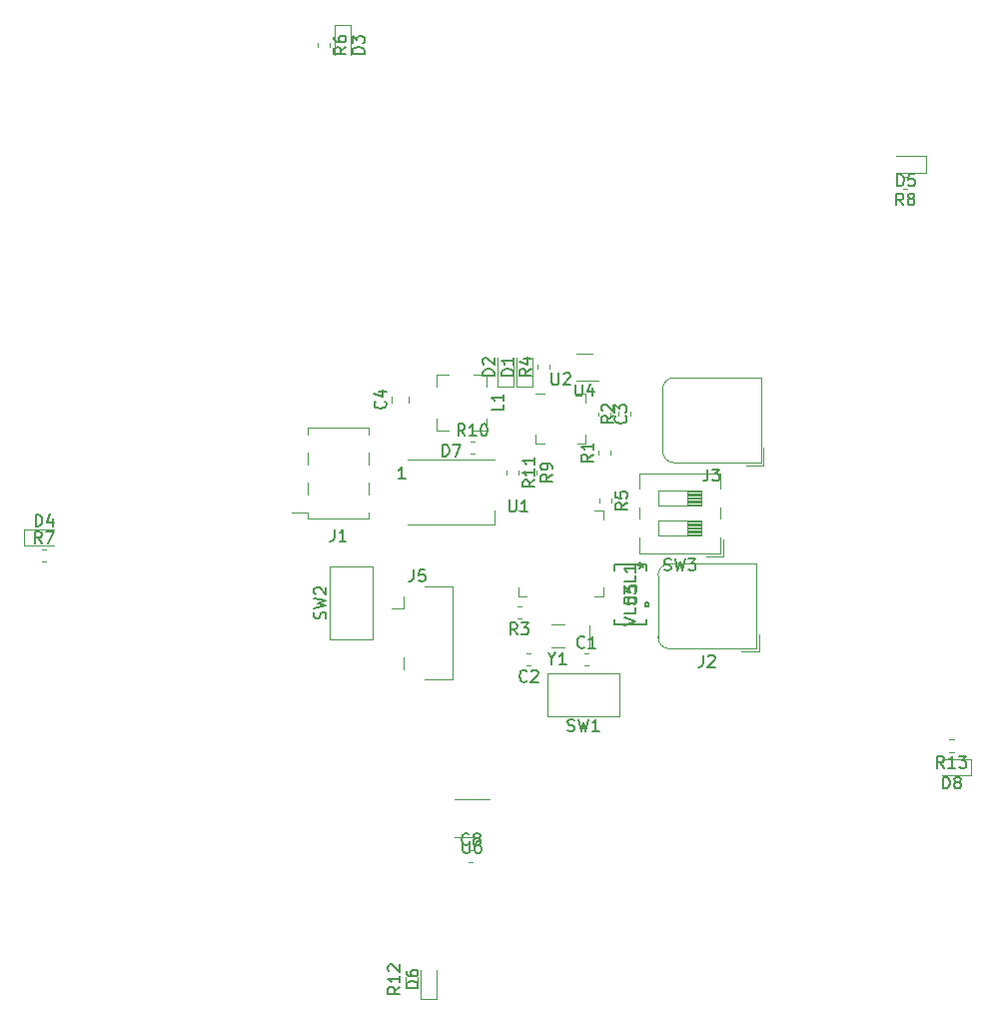
<source format=gbr>
%TF.GenerationSoftware,KiCad,Pcbnew,(5.1.6)-1*%
%TF.CreationDate,2020-12-22T18:13:26+01:00*%
%TF.ProjectId,Christmas pcb,43687269-7374-46d6-9173-207063622e6b,rev?*%
%TF.SameCoordinates,Original*%
%TF.FileFunction,Legend,Top*%
%TF.FilePolarity,Positive*%
%FSLAX46Y46*%
G04 Gerber Fmt 4.6, Leading zero omitted, Abs format (unit mm)*
G04 Created by KiCad (PCBNEW (5.1.6)-1) date 2020-12-22 18:13:26*
%MOMM*%
%LPD*%
G01*
G04 APERTURE LIST*
%ADD10C,0.100000*%
%ADD11C,0.120000*%
%ADD12C,0.152400*%
%ADD13C,0.150000*%
G04 APERTURE END LIST*
D10*
%TO.C,J5*%
X140900000Y-109770000D02*
X138600000Y-109770000D01*
X140900000Y-117670000D02*
X140900000Y-109770000D01*
X138600000Y-117670000D02*
X140900000Y-117670000D01*
X136811461Y-115784476D02*
X136811461Y-116784476D01*
X135750000Y-111670000D02*
X136800000Y-111670000D01*
X136800000Y-111670000D02*
X136800000Y-110670000D01*
D11*
%TO.C,J3*%
X167290000Y-99550000D02*
X165790000Y-99550000D01*
X167290000Y-98050000D02*
X167290000Y-99550000D01*
X158730000Y-98310000D02*
X158730000Y-93090000D01*
X167050000Y-92090000D02*
X159730000Y-92090000D01*
X167050000Y-99310000D02*
X167050000Y-92090000D01*
X159730000Y-99310000D02*
X167050000Y-99310000D01*
X159730000Y-92090000D02*
G75*
G03*
X158730000Y-93090000I0J-1000000D01*
G01*
X158730000Y-98310000D02*
G75*
G03*
X159730000Y-99310000I1000000J0D01*
G01*
%TO.C,L1*%
X143770000Y-96590000D02*
X143770000Y-95565000D01*
X143770000Y-91820000D02*
X143770000Y-92845000D01*
X143770000Y-96590000D02*
X142745000Y-96590000D01*
X143770000Y-91820000D02*
X142745000Y-91820000D01*
X139550000Y-91820000D02*
X140575000Y-91820000D01*
X139550000Y-91820000D02*
X139550000Y-92845000D01*
X139550000Y-96590000D02*
X139550000Y-95565000D01*
X139550000Y-96590000D02*
X140575000Y-96590000D01*
%TO.C,J2*%
X166900000Y-115320000D02*
X165400000Y-115320000D01*
X166900000Y-113820000D02*
X166900000Y-115320000D01*
X158340000Y-114080000D02*
X158340000Y-108860000D01*
X166660000Y-107860000D02*
X159340000Y-107860000D01*
X166660000Y-115080000D02*
X166660000Y-107860000D01*
X159340000Y-115080000D02*
X166660000Y-115080000D01*
X159340000Y-107860000D02*
G75*
G03*
X158340000Y-108860000I0J-1000000D01*
G01*
X158340000Y-114080000D02*
G75*
G03*
X159340000Y-115080000I1000000J0D01*
G01*
%TO.C,U6*%
X144070000Y-127860000D02*
X141070000Y-127860000D01*
X142570000Y-131080000D02*
X141070000Y-131080000D01*
D12*
%TO.C,U5*%
X157307948Y-111490501D02*
X157307948Y-111109501D01*
X157561948Y-111490501D02*
X157307948Y-111490501D01*
X157561948Y-111109501D02*
X157561948Y-111490501D01*
X157307948Y-111109501D02*
X157561948Y-111109501D01*
X154679200Y-112553032D02*
X154679200Y-113027300D01*
X157320800Y-107972700D02*
X154679200Y-107972700D01*
X157320800Y-108446968D02*
X157320800Y-107972700D01*
X157320800Y-113027300D02*
X157320800Y-112553032D01*
X154679200Y-113027300D02*
X157320800Y-113027300D01*
X154679200Y-107972700D02*
X154679200Y-108446968D01*
D11*
%TO.C,J1*%
X128630000Y-103490000D02*
X127270000Y-103490000D01*
X133830000Y-96890000D02*
X133830000Y-96320000D01*
X133830000Y-99430000D02*
X133830000Y-98410000D01*
X133830000Y-101970000D02*
X133830000Y-100950000D01*
X133830000Y-104060000D02*
X133830000Y-103490000D01*
X133830000Y-96320000D02*
X128630000Y-96320000D01*
X128630000Y-96890000D02*
X128630000Y-96320000D01*
X128630000Y-99430000D02*
X128630000Y-98410000D01*
X128630000Y-101970000D02*
X128630000Y-100950000D01*
X128630000Y-104060000D02*
X128630000Y-103490000D01*
X133830000Y-104060000D02*
X128630000Y-104060000D01*
%TO.C,Y1*%
X152525000Y-114900000D02*
X152525000Y-113100000D01*
X150375000Y-113050000D02*
X149275000Y-113050000D01*
X150375000Y-114950000D02*
X149275000Y-114950000D01*
%TO.C,U4*%
X152800000Y-90040000D02*
X151400000Y-90040000D01*
X151400000Y-92360000D02*
X153300000Y-92360000D01*
%TO.C,U2*%
X148715000Y-93460000D02*
X147990000Y-93460000D01*
X152210000Y-97680000D02*
X152210000Y-96955000D01*
X151485000Y-97680000D02*
X152210000Y-97680000D01*
X147990000Y-97680000D02*
X147990000Y-96955000D01*
X148715000Y-97680000D02*
X147990000Y-97680000D01*
X152210000Y-93460000D02*
X152210000Y-94185000D01*
X151485000Y-93460000D02*
X152210000Y-93460000D01*
%TO.C,U1*%
X147215000Y-103390000D02*
X146490000Y-103390000D01*
X153710000Y-110610000D02*
X153710000Y-109885000D01*
X152985000Y-110610000D02*
X153710000Y-110610000D01*
X146490000Y-110610000D02*
X146490000Y-109885000D01*
X147215000Y-110610000D02*
X146490000Y-110610000D01*
X153710000Y-103390000D02*
X153710000Y-104115000D01*
X152985000Y-103390000D02*
X153710000Y-103390000D01*
%TO.C,SW3*%
X160803333Y-102965000D02*
X160803333Y-101695000D01*
X162010000Y-101765000D02*
X160803333Y-101765000D01*
X162010000Y-101885000D02*
X160803333Y-101885000D01*
X162010000Y-102005000D02*
X160803333Y-102005000D01*
X162010000Y-102125000D02*
X160803333Y-102125000D01*
X162010000Y-102245000D02*
X160803333Y-102245000D01*
X162010000Y-102365000D02*
X160803333Y-102365000D01*
X162010000Y-102485000D02*
X160803333Y-102485000D01*
X162010000Y-102605000D02*
X160803333Y-102605000D01*
X162010000Y-102725000D02*
X160803333Y-102725000D01*
X162010000Y-102845000D02*
X160803333Y-102845000D01*
X158390000Y-102965000D02*
X162010000Y-102965000D01*
X158390000Y-101695000D02*
X158390000Y-102965000D01*
X162010000Y-101695000D02*
X158390000Y-101695000D01*
X162010000Y-102965000D02*
X162010000Y-101695000D01*
X160803333Y-105505000D02*
X160803333Y-104235000D01*
X162010000Y-104305000D02*
X160803333Y-104305000D01*
X162010000Y-104425000D02*
X160803333Y-104425000D01*
X162010000Y-104545000D02*
X160803333Y-104545000D01*
X162010000Y-104665000D02*
X160803333Y-104665000D01*
X162010000Y-104785000D02*
X160803333Y-104785000D01*
X162010000Y-104905000D02*
X160803333Y-104905000D01*
X162010000Y-105025000D02*
X160803333Y-105025000D01*
X162010000Y-105145000D02*
X160803333Y-105145000D01*
X162010000Y-105265000D02*
X160803333Y-105265000D01*
X162010000Y-105385000D02*
X160803333Y-105385000D01*
X158390000Y-105505000D02*
X162010000Y-105505000D01*
X158390000Y-104235000D02*
X158390000Y-105505000D01*
X162010000Y-104235000D02*
X158390000Y-104235000D01*
X162010000Y-105505000D02*
X162010000Y-104235000D01*
X163850000Y-107220000D02*
X163850000Y-105837000D01*
X163850000Y-107220000D02*
X162467000Y-107220000D01*
X156790000Y-104070000D02*
X156790000Y-103130000D01*
X156790000Y-106980000D02*
X156790000Y-105670000D01*
X156790000Y-101530000D02*
X156790000Y-100220000D01*
X163610000Y-101530000D02*
X163610000Y-100220000D01*
X163610000Y-104070000D02*
X163610000Y-103130000D01*
X163610000Y-106980000D02*
X163610000Y-105670000D01*
X163610000Y-100220000D02*
X156790000Y-100220000D01*
X163610000Y-106980000D02*
X156790000Y-106980000D01*
%TO.C,SW2*%
X134160000Y-114260000D02*
X130540000Y-114260000D01*
X134160000Y-108140000D02*
X134160000Y-114260000D01*
X130540000Y-108140000D02*
X134160000Y-108140000D01*
X130540000Y-114260000D02*
X130540000Y-108140000D01*
%TO.C,SW1*%
X155060000Y-117190000D02*
X155060000Y-120810000D01*
X148940000Y-117190000D02*
X155060000Y-117190000D01*
X148940000Y-120810000D02*
X148940000Y-117190000D01*
X155060000Y-120810000D02*
X148940000Y-120810000D01*
%TO.C,R13*%
X183391267Y-122790000D02*
X183048733Y-122790000D01*
X183391267Y-123810000D02*
X183048733Y-123810000D01*
%TO.C,R12*%
X137940000Y-143266267D02*
X137940000Y-142923733D01*
X136920000Y-143266267D02*
X136920000Y-142923733D01*
%TO.C,R11*%
X145490000Y-99953733D02*
X145490000Y-100296267D01*
X146510000Y-99953733D02*
X146510000Y-100296267D01*
%TO.C,R10*%
X142453733Y-98510000D02*
X142796267Y-98510000D01*
X142453733Y-97490000D02*
X142796267Y-97490000D01*
%TO.C,R9*%
X146990000Y-99953733D02*
X146990000Y-100296267D01*
X148010000Y-99953733D02*
X148010000Y-100296267D01*
%TO.C,R8*%
X179461267Y-75090000D02*
X179118733Y-75090000D01*
X179461267Y-76110000D02*
X179118733Y-76110000D01*
%TO.C,R7*%
X106103733Y-107640000D02*
X106446267Y-107640000D01*
X106103733Y-106620000D02*
X106446267Y-106620000D01*
%TO.C,R6*%
X129500000Y-63733733D02*
X129500000Y-64076267D01*
X130520000Y-63733733D02*
X130520000Y-64076267D01*
%TO.C,R5*%
X153340000Y-102353733D02*
X153340000Y-102696267D01*
X154360000Y-102353733D02*
X154360000Y-102696267D01*
%TO.C,R4*%
X149110000Y-91346267D02*
X149110000Y-91003733D01*
X148090000Y-91346267D02*
X148090000Y-91003733D01*
%TO.C,R3*%
X146746267Y-111490000D02*
X146403733Y-111490000D01*
X146746267Y-112510000D02*
X146403733Y-112510000D01*
%TO.C,R2*%
X156040000Y-95316267D02*
X156040000Y-94973733D01*
X155020000Y-95316267D02*
X155020000Y-94973733D01*
%TO.C,R1*%
X154320000Y-98606267D02*
X154320000Y-98263733D01*
X153300000Y-98606267D02*
X153300000Y-98263733D01*
%TO.C,D8*%
X184905000Y-124415000D02*
X182420000Y-124415000D01*
X184905000Y-125785000D02*
X184905000Y-124415000D01*
X182420000Y-125785000D02*
X184905000Y-125785000D01*
%TO.C,D7*%
X144450000Y-104550000D02*
X144450000Y-103400000D01*
X137150000Y-104550000D02*
X144450000Y-104550000D01*
X137150000Y-99050000D02*
X144450000Y-99050000D01*
%TO.C,D6*%
X139615000Y-144752500D02*
X139615000Y-142267500D01*
X138245000Y-144752500D02*
X139615000Y-144752500D01*
X138245000Y-142267500D02*
X138245000Y-144752500D01*
%TO.C,D5*%
X181025000Y-73345000D02*
X178540000Y-73345000D01*
X181025000Y-74715000D02*
X181025000Y-73345000D01*
X178540000Y-74715000D02*
X181025000Y-74715000D01*
%TO.C,D4*%
X104645000Y-106315000D02*
X107130000Y-106315000D01*
X104645000Y-104945000D02*
X104645000Y-106315000D01*
X107130000Y-104945000D02*
X104645000Y-104945000D01*
%TO.C,D3*%
X130925000Y-62242500D02*
X130925000Y-64727500D01*
X132295000Y-62242500D02*
X130925000Y-62242500D01*
X132295000Y-64727500D02*
X132295000Y-62242500D01*
%TO.C,D2*%
X146085000Y-92882500D02*
X146085000Y-90397500D01*
X144715000Y-92882500D02*
X146085000Y-92882500D01*
X144715000Y-90397500D02*
X144715000Y-92882500D01*
%TO.C,D1*%
X147685000Y-92872500D02*
X147685000Y-90387500D01*
X146315000Y-92872500D02*
X147685000Y-92872500D01*
X146315000Y-90387500D02*
X146315000Y-92872500D01*
%TO.C,C8*%
X142319721Y-133190000D02*
X142645279Y-133190000D01*
X142319721Y-132170000D02*
X142645279Y-132170000D01*
%TO.C,C4*%
X137210000Y-94196078D02*
X137210000Y-93678922D01*
X135790000Y-94196078D02*
X135790000Y-93678922D01*
%TO.C,C3*%
X153290000Y-95024721D02*
X153290000Y-95350279D01*
X154310000Y-95024721D02*
X154310000Y-95350279D01*
%TO.C,C2*%
X147550279Y-115490000D02*
X147224721Y-115490000D01*
X147550279Y-116510000D02*
X147224721Y-116510000D01*
%TO.C,C1*%
X152099721Y-116510000D02*
X152425279Y-116510000D01*
X152099721Y-115490000D02*
X152425279Y-115490000D01*
%TO.C,J5*%
D13*
X137616666Y-108372380D02*
X137616666Y-109086666D01*
X137569047Y-109229523D01*
X137473809Y-109324761D01*
X137330952Y-109372380D01*
X137235714Y-109372380D01*
X138569047Y-108372380D02*
X138092857Y-108372380D01*
X138045238Y-108848571D01*
X138092857Y-108800952D01*
X138188095Y-108753333D01*
X138426190Y-108753333D01*
X138521428Y-108800952D01*
X138569047Y-108848571D01*
X138616666Y-108943809D01*
X138616666Y-109181904D01*
X138569047Y-109277142D01*
X138521428Y-109324761D01*
X138426190Y-109372380D01*
X138188095Y-109372380D01*
X138092857Y-109324761D01*
X138045238Y-109277142D01*
%TO.C,J3*%
X162556666Y-99852380D02*
X162556666Y-100566666D01*
X162509047Y-100709523D01*
X162413809Y-100804761D01*
X162270952Y-100852380D01*
X162175714Y-100852380D01*
X162937619Y-99852380D02*
X163556666Y-99852380D01*
X163223333Y-100233333D01*
X163366190Y-100233333D01*
X163461428Y-100280952D01*
X163509047Y-100328571D01*
X163556666Y-100423809D01*
X163556666Y-100661904D01*
X163509047Y-100757142D01*
X163461428Y-100804761D01*
X163366190Y-100852380D01*
X163080476Y-100852380D01*
X162985238Y-100804761D01*
X162937619Y-100757142D01*
%TO.C,L1*%
X145212380Y-94371666D02*
X145212380Y-94847857D01*
X144212380Y-94847857D01*
X145212380Y-93514523D02*
X145212380Y-94085952D01*
X145212380Y-93800238D02*
X144212380Y-93800238D01*
X144355238Y-93895476D01*
X144450476Y-93990714D01*
X144498095Y-94085952D01*
%TO.C,J2*%
X162166666Y-115622380D02*
X162166666Y-116336666D01*
X162119047Y-116479523D01*
X162023809Y-116574761D01*
X161880952Y-116622380D01*
X161785714Y-116622380D01*
X162595238Y-115717619D02*
X162642857Y-115670000D01*
X162738095Y-115622380D01*
X162976190Y-115622380D01*
X163071428Y-115670000D01*
X163119047Y-115717619D01*
X163166666Y-115812857D01*
X163166666Y-115908095D01*
X163119047Y-116050952D01*
X162547619Y-116622380D01*
X163166666Y-116622380D01*
%TO.C,U6*%
X141808095Y-131372380D02*
X141808095Y-132181904D01*
X141855714Y-132277142D01*
X141903333Y-132324761D01*
X141998571Y-132372380D01*
X142189047Y-132372380D01*
X142284285Y-132324761D01*
X142331904Y-132277142D01*
X142379523Y-132181904D01*
X142379523Y-131372380D01*
X143284285Y-131372380D02*
X143093809Y-131372380D01*
X142998571Y-131420000D01*
X142950952Y-131467619D01*
X142855714Y-131610476D01*
X142808095Y-131800952D01*
X142808095Y-132181904D01*
X142855714Y-132277142D01*
X142903333Y-132324761D01*
X142998571Y-132372380D01*
X143189047Y-132372380D01*
X143284285Y-132324761D01*
X143331904Y-132277142D01*
X143379523Y-132181904D01*
X143379523Y-131943809D01*
X143331904Y-131848571D01*
X143284285Y-131800952D01*
X143189047Y-131753333D01*
X142998571Y-131753333D01*
X142903333Y-131800952D01*
X142855714Y-131848571D01*
X142808095Y-131943809D01*
%TO.C,U5*%
X155520529Y-111261904D02*
X156330053Y-111261904D01*
X156425291Y-111214285D01*
X156472910Y-111166666D01*
X156520529Y-111071428D01*
X156520529Y-110880952D01*
X156472910Y-110785714D01*
X156425291Y-110738095D01*
X156330053Y-110690476D01*
X155520529Y-110690476D01*
X155520529Y-109738095D02*
X155520529Y-110214285D01*
X155996720Y-110261904D01*
X155949101Y-110214285D01*
X155901482Y-110119047D01*
X155901482Y-109880952D01*
X155949101Y-109785714D01*
X155996720Y-109738095D01*
X156091958Y-109690476D01*
X156330053Y-109690476D01*
X156425291Y-109738095D01*
X156472910Y-109785714D01*
X156520529Y-109880952D01*
X156520529Y-110119047D01*
X156472910Y-110214285D01*
X156425291Y-110261904D01*
X155452380Y-113071428D02*
X156452380Y-112738095D01*
X155452380Y-112404761D01*
X156452380Y-111595238D02*
X156452380Y-112071428D01*
X155452380Y-112071428D01*
X155452380Y-110785714D02*
X155452380Y-111261904D01*
X155928571Y-111309523D01*
X155880952Y-111261904D01*
X155833333Y-111166666D01*
X155833333Y-110928571D01*
X155880952Y-110833333D01*
X155928571Y-110785714D01*
X156023809Y-110738095D01*
X156261904Y-110738095D01*
X156357142Y-110785714D01*
X156404761Y-110833333D01*
X156452380Y-110928571D01*
X156452380Y-111166666D01*
X156404761Y-111261904D01*
X156357142Y-111309523D01*
X155452380Y-110404761D02*
X155452380Y-109785714D01*
X155833333Y-110119047D01*
X155833333Y-109976190D01*
X155880952Y-109880952D01*
X155928571Y-109833333D01*
X156023809Y-109785714D01*
X156261904Y-109785714D01*
X156357142Y-109833333D01*
X156404761Y-109880952D01*
X156452380Y-109976190D01*
X156452380Y-110261904D01*
X156404761Y-110357142D01*
X156357142Y-110404761D01*
X156452380Y-108880952D02*
X156452380Y-109357142D01*
X155452380Y-109357142D01*
X156452380Y-108023809D02*
X156452380Y-108595238D01*
X156452380Y-108309523D02*
X155452380Y-108309523D01*
X155595238Y-108404761D01*
X155690476Y-108500000D01*
X155738095Y-108595238D01*
X156652380Y-108010800D02*
X156890476Y-108010800D01*
X156795238Y-108248895D02*
X156890476Y-108010800D01*
X156795238Y-107772704D01*
X157080952Y-108153657D02*
X156890476Y-108010800D01*
X157080952Y-107867942D01*
X156652380Y-108010800D02*
X156890476Y-108010800D01*
X156795238Y-108248895D02*
X156890476Y-108010800D01*
X156795238Y-107772704D01*
X157080952Y-108153657D02*
X156890476Y-108010800D01*
X157080952Y-107867942D01*
%TO.C,J1*%
X130896666Y-104952380D02*
X130896666Y-105666666D01*
X130849047Y-105809523D01*
X130753809Y-105904761D01*
X130610952Y-105952380D01*
X130515714Y-105952380D01*
X131896666Y-105952380D02*
X131325238Y-105952380D01*
X131610952Y-105952380D02*
X131610952Y-104952380D01*
X131515714Y-105095238D01*
X131420476Y-105190476D01*
X131325238Y-105238095D01*
%TO.C,Y1*%
X149348809Y-115926190D02*
X149348809Y-116402380D01*
X149015476Y-115402380D02*
X149348809Y-115926190D01*
X149682142Y-115402380D01*
X150539285Y-116402380D02*
X149967857Y-116402380D01*
X150253571Y-116402380D02*
X150253571Y-115402380D01*
X150158333Y-115545238D01*
X150063095Y-115640476D01*
X149967857Y-115688095D01*
%TO.C,U4*%
X151338095Y-92652380D02*
X151338095Y-93461904D01*
X151385714Y-93557142D01*
X151433333Y-93604761D01*
X151528571Y-93652380D01*
X151719047Y-93652380D01*
X151814285Y-93604761D01*
X151861904Y-93557142D01*
X151909523Y-93461904D01*
X151909523Y-92652380D01*
X152814285Y-92985714D02*
X152814285Y-93652380D01*
X152576190Y-92604761D02*
X152338095Y-93319047D01*
X152957142Y-93319047D01*
%TO.C,U2*%
X149338095Y-91702380D02*
X149338095Y-92511904D01*
X149385714Y-92607142D01*
X149433333Y-92654761D01*
X149528571Y-92702380D01*
X149719047Y-92702380D01*
X149814285Y-92654761D01*
X149861904Y-92607142D01*
X149909523Y-92511904D01*
X149909523Y-91702380D01*
X150338095Y-91797619D02*
X150385714Y-91750000D01*
X150480952Y-91702380D01*
X150719047Y-91702380D01*
X150814285Y-91750000D01*
X150861904Y-91797619D01*
X150909523Y-91892857D01*
X150909523Y-91988095D01*
X150861904Y-92130952D01*
X150290476Y-92702380D01*
X150909523Y-92702380D01*
%TO.C,U1*%
X145738095Y-102452380D02*
X145738095Y-103261904D01*
X145785714Y-103357142D01*
X145833333Y-103404761D01*
X145928571Y-103452380D01*
X146119047Y-103452380D01*
X146214285Y-103404761D01*
X146261904Y-103357142D01*
X146309523Y-103261904D01*
X146309523Y-102452380D01*
X147309523Y-103452380D02*
X146738095Y-103452380D01*
X147023809Y-103452380D02*
X147023809Y-102452380D01*
X146928571Y-102595238D01*
X146833333Y-102690476D01*
X146738095Y-102738095D01*
%TO.C,SW3*%
X158866666Y-108384761D02*
X159009523Y-108432380D01*
X159247619Y-108432380D01*
X159342857Y-108384761D01*
X159390476Y-108337142D01*
X159438095Y-108241904D01*
X159438095Y-108146666D01*
X159390476Y-108051428D01*
X159342857Y-108003809D01*
X159247619Y-107956190D01*
X159057142Y-107908571D01*
X158961904Y-107860952D01*
X158914285Y-107813333D01*
X158866666Y-107718095D01*
X158866666Y-107622857D01*
X158914285Y-107527619D01*
X158961904Y-107480000D01*
X159057142Y-107432380D01*
X159295238Y-107432380D01*
X159438095Y-107480000D01*
X159771428Y-107432380D02*
X160009523Y-108432380D01*
X160200000Y-107718095D01*
X160390476Y-108432380D01*
X160628571Y-107432380D01*
X160914285Y-107432380D02*
X161533333Y-107432380D01*
X161200000Y-107813333D01*
X161342857Y-107813333D01*
X161438095Y-107860952D01*
X161485714Y-107908571D01*
X161533333Y-108003809D01*
X161533333Y-108241904D01*
X161485714Y-108337142D01*
X161438095Y-108384761D01*
X161342857Y-108432380D01*
X161057142Y-108432380D01*
X160961904Y-108384761D01*
X160914285Y-108337142D01*
%TO.C,SW2*%
X130154761Y-112533333D02*
X130202380Y-112390476D01*
X130202380Y-112152380D01*
X130154761Y-112057142D01*
X130107142Y-112009523D01*
X130011904Y-111961904D01*
X129916666Y-111961904D01*
X129821428Y-112009523D01*
X129773809Y-112057142D01*
X129726190Y-112152380D01*
X129678571Y-112342857D01*
X129630952Y-112438095D01*
X129583333Y-112485714D01*
X129488095Y-112533333D01*
X129392857Y-112533333D01*
X129297619Y-112485714D01*
X129250000Y-112438095D01*
X129202380Y-112342857D01*
X129202380Y-112104761D01*
X129250000Y-111961904D01*
X129202380Y-111628571D02*
X130202380Y-111390476D01*
X129488095Y-111200000D01*
X130202380Y-111009523D01*
X129202380Y-110771428D01*
X129297619Y-110438095D02*
X129250000Y-110390476D01*
X129202380Y-110295238D01*
X129202380Y-110057142D01*
X129250000Y-109961904D01*
X129297619Y-109914285D01*
X129392857Y-109866666D01*
X129488095Y-109866666D01*
X129630952Y-109914285D01*
X130202380Y-110485714D01*
X130202380Y-109866666D01*
%TO.C,SW1*%
X150666666Y-122004761D02*
X150809523Y-122052380D01*
X151047619Y-122052380D01*
X151142857Y-122004761D01*
X151190476Y-121957142D01*
X151238095Y-121861904D01*
X151238095Y-121766666D01*
X151190476Y-121671428D01*
X151142857Y-121623809D01*
X151047619Y-121576190D01*
X150857142Y-121528571D01*
X150761904Y-121480952D01*
X150714285Y-121433333D01*
X150666666Y-121338095D01*
X150666666Y-121242857D01*
X150714285Y-121147619D01*
X150761904Y-121100000D01*
X150857142Y-121052380D01*
X151095238Y-121052380D01*
X151238095Y-121100000D01*
X151571428Y-121052380D02*
X151809523Y-122052380D01*
X152000000Y-121338095D01*
X152190476Y-122052380D01*
X152428571Y-121052380D01*
X153333333Y-122052380D02*
X152761904Y-122052380D01*
X153047619Y-122052380D02*
X153047619Y-121052380D01*
X152952380Y-121195238D01*
X152857142Y-121290476D01*
X152761904Y-121338095D01*
%TO.C,R13*%
X182577142Y-125182380D02*
X182243809Y-124706190D01*
X182005714Y-125182380D02*
X182005714Y-124182380D01*
X182386666Y-124182380D01*
X182481904Y-124230000D01*
X182529523Y-124277619D01*
X182577142Y-124372857D01*
X182577142Y-124515714D01*
X182529523Y-124610952D01*
X182481904Y-124658571D01*
X182386666Y-124706190D01*
X182005714Y-124706190D01*
X183529523Y-125182380D02*
X182958095Y-125182380D01*
X183243809Y-125182380D02*
X183243809Y-124182380D01*
X183148571Y-124325238D01*
X183053333Y-124420476D01*
X182958095Y-124468095D01*
X183862857Y-124182380D02*
X184481904Y-124182380D01*
X184148571Y-124563333D01*
X184291428Y-124563333D01*
X184386666Y-124610952D01*
X184434285Y-124658571D01*
X184481904Y-124753809D01*
X184481904Y-124991904D01*
X184434285Y-125087142D01*
X184386666Y-125134761D01*
X184291428Y-125182380D01*
X184005714Y-125182380D01*
X183910476Y-125134761D01*
X183862857Y-125087142D01*
%TO.C,R12*%
X136452380Y-143737857D02*
X135976190Y-144071190D01*
X136452380Y-144309285D02*
X135452380Y-144309285D01*
X135452380Y-143928333D01*
X135500000Y-143833095D01*
X135547619Y-143785476D01*
X135642857Y-143737857D01*
X135785714Y-143737857D01*
X135880952Y-143785476D01*
X135928571Y-143833095D01*
X135976190Y-143928333D01*
X135976190Y-144309285D01*
X136452380Y-142785476D02*
X136452380Y-143356904D01*
X136452380Y-143071190D02*
X135452380Y-143071190D01*
X135595238Y-143166428D01*
X135690476Y-143261666D01*
X135738095Y-143356904D01*
X135547619Y-142404523D02*
X135500000Y-142356904D01*
X135452380Y-142261666D01*
X135452380Y-142023571D01*
X135500000Y-141928333D01*
X135547619Y-141880714D01*
X135642857Y-141833095D01*
X135738095Y-141833095D01*
X135880952Y-141880714D01*
X136452380Y-142452142D01*
X136452380Y-141833095D01*
%TO.C,R11*%
X147882380Y-100767857D02*
X147406190Y-101101190D01*
X147882380Y-101339285D02*
X146882380Y-101339285D01*
X146882380Y-100958333D01*
X146930000Y-100863095D01*
X146977619Y-100815476D01*
X147072857Y-100767857D01*
X147215714Y-100767857D01*
X147310952Y-100815476D01*
X147358571Y-100863095D01*
X147406190Y-100958333D01*
X147406190Y-101339285D01*
X147882380Y-99815476D02*
X147882380Y-100386904D01*
X147882380Y-100101190D02*
X146882380Y-100101190D01*
X147025238Y-100196428D01*
X147120476Y-100291666D01*
X147168095Y-100386904D01*
X147882380Y-98863095D02*
X147882380Y-99434523D01*
X147882380Y-99148809D02*
X146882380Y-99148809D01*
X147025238Y-99244047D01*
X147120476Y-99339285D01*
X147168095Y-99434523D01*
%TO.C,R10*%
X141982142Y-97022380D02*
X141648809Y-96546190D01*
X141410714Y-97022380D02*
X141410714Y-96022380D01*
X141791666Y-96022380D01*
X141886904Y-96070000D01*
X141934523Y-96117619D01*
X141982142Y-96212857D01*
X141982142Y-96355714D01*
X141934523Y-96450952D01*
X141886904Y-96498571D01*
X141791666Y-96546190D01*
X141410714Y-96546190D01*
X142934523Y-97022380D02*
X142363095Y-97022380D01*
X142648809Y-97022380D02*
X142648809Y-96022380D01*
X142553571Y-96165238D01*
X142458333Y-96260476D01*
X142363095Y-96308095D01*
X143553571Y-96022380D02*
X143648809Y-96022380D01*
X143744047Y-96070000D01*
X143791666Y-96117619D01*
X143839285Y-96212857D01*
X143886904Y-96403333D01*
X143886904Y-96641428D01*
X143839285Y-96831904D01*
X143791666Y-96927142D01*
X143744047Y-96974761D01*
X143648809Y-97022380D01*
X143553571Y-97022380D01*
X143458333Y-96974761D01*
X143410714Y-96927142D01*
X143363095Y-96831904D01*
X143315476Y-96641428D01*
X143315476Y-96403333D01*
X143363095Y-96212857D01*
X143410714Y-96117619D01*
X143458333Y-96070000D01*
X143553571Y-96022380D01*
%TO.C,R9*%
X149382380Y-100291666D02*
X148906190Y-100625000D01*
X149382380Y-100863095D02*
X148382380Y-100863095D01*
X148382380Y-100482142D01*
X148430000Y-100386904D01*
X148477619Y-100339285D01*
X148572857Y-100291666D01*
X148715714Y-100291666D01*
X148810952Y-100339285D01*
X148858571Y-100386904D01*
X148906190Y-100482142D01*
X148906190Y-100863095D01*
X149382380Y-99815476D02*
X149382380Y-99625000D01*
X149334761Y-99529761D01*
X149287142Y-99482142D01*
X149144285Y-99386904D01*
X148953809Y-99339285D01*
X148572857Y-99339285D01*
X148477619Y-99386904D01*
X148430000Y-99434523D01*
X148382380Y-99529761D01*
X148382380Y-99720238D01*
X148430000Y-99815476D01*
X148477619Y-99863095D01*
X148572857Y-99910714D01*
X148810952Y-99910714D01*
X148906190Y-99863095D01*
X148953809Y-99815476D01*
X149001428Y-99720238D01*
X149001428Y-99529761D01*
X148953809Y-99434523D01*
X148906190Y-99386904D01*
X148810952Y-99339285D01*
%TO.C,R8*%
X179123333Y-77482380D02*
X178790000Y-77006190D01*
X178551904Y-77482380D02*
X178551904Y-76482380D01*
X178932857Y-76482380D01*
X179028095Y-76530000D01*
X179075714Y-76577619D01*
X179123333Y-76672857D01*
X179123333Y-76815714D01*
X179075714Y-76910952D01*
X179028095Y-76958571D01*
X178932857Y-77006190D01*
X178551904Y-77006190D01*
X179694761Y-76910952D02*
X179599523Y-76863333D01*
X179551904Y-76815714D01*
X179504285Y-76720476D01*
X179504285Y-76672857D01*
X179551904Y-76577619D01*
X179599523Y-76530000D01*
X179694761Y-76482380D01*
X179885238Y-76482380D01*
X179980476Y-76530000D01*
X180028095Y-76577619D01*
X180075714Y-76672857D01*
X180075714Y-76720476D01*
X180028095Y-76815714D01*
X179980476Y-76863333D01*
X179885238Y-76910952D01*
X179694761Y-76910952D01*
X179599523Y-76958571D01*
X179551904Y-77006190D01*
X179504285Y-77101428D01*
X179504285Y-77291904D01*
X179551904Y-77387142D01*
X179599523Y-77434761D01*
X179694761Y-77482380D01*
X179885238Y-77482380D01*
X179980476Y-77434761D01*
X180028095Y-77387142D01*
X180075714Y-77291904D01*
X180075714Y-77101428D01*
X180028095Y-77006190D01*
X179980476Y-76958571D01*
X179885238Y-76910952D01*
%TO.C,R7*%
X106108333Y-106152380D02*
X105775000Y-105676190D01*
X105536904Y-106152380D02*
X105536904Y-105152380D01*
X105917857Y-105152380D01*
X106013095Y-105200000D01*
X106060714Y-105247619D01*
X106108333Y-105342857D01*
X106108333Y-105485714D01*
X106060714Y-105580952D01*
X106013095Y-105628571D01*
X105917857Y-105676190D01*
X105536904Y-105676190D01*
X106441666Y-105152380D02*
X107108333Y-105152380D01*
X106679761Y-106152380D01*
%TO.C,R6*%
X131892380Y-64071666D02*
X131416190Y-64405000D01*
X131892380Y-64643095D02*
X130892380Y-64643095D01*
X130892380Y-64262142D01*
X130940000Y-64166904D01*
X130987619Y-64119285D01*
X131082857Y-64071666D01*
X131225714Y-64071666D01*
X131320952Y-64119285D01*
X131368571Y-64166904D01*
X131416190Y-64262142D01*
X131416190Y-64643095D01*
X130892380Y-63214523D02*
X130892380Y-63405000D01*
X130940000Y-63500238D01*
X130987619Y-63547857D01*
X131130476Y-63643095D01*
X131320952Y-63690714D01*
X131701904Y-63690714D01*
X131797142Y-63643095D01*
X131844761Y-63595476D01*
X131892380Y-63500238D01*
X131892380Y-63309761D01*
X131844761Y-63214523D01*
X131797142Y-63166904D01*
X131701904Y-63119285D01*
X131463809Y-63119285D01*
X131368571Y-63166904D01*
X131320952Y-63214523D01*
X131273333Y-63309761D01*
X131273333Y-63500238D01*
X131320952Y-63595476D01*
X131368571Y-63643095D01*
X131463809Y-63690714D01*
%TO.C,R5*%
X155732380Y-102691666D02*
X155256190Y-103025000D01*
X155732380Y-103263095D02*
X154732380Y-103263095D01*
X154732380Y-102882142D01*
X154780000Y-102786904D01*
X154827619Y-102739285D01*
X154922857Y-102691666D01*
X155065714Y-102691666D01*
X155160952Y-102739285D01*
X155208571Y-102786904D01*
X155256190Y-102882142D01*
X155256190Y-103263095D01*
X154732380Y-101786904D02*
X154732380Y-102263095D01*
X155208571Y-102310714D01*
X155160952Y-102263095D01*
X155113333Y-102167857D01*
X155113333Y-101929761D01*
X155160952Y-101834523D01*
X155208571Y-101786904D01*
X155303809Y-101739285D01*
X155541904Y-101739285D01*
X155637142Y-101786904D01*
X155684761Y-101834523D01*
X155732380Y-101929761D01*
X155732380Y-102167857D01*
X155684761Y-102263095D01*
X155637142Y-102310714D01*
%TO.C,R4*%
X147622380Y-91341666D02*
X147146190Y-91675000D01*
X147622380Y-91913095D02*
X146622380Y-91913095D01*
X146622380Y-91532142D01*
X146670000Y-91436904D01*
X146717619Y-91389285D01*
X146812857Y-91341666D01*
X146955714Y-91341666D01*
X147050952Y-91389285D01*
X147098571Y-91436904D01*
X147146190Y-91532142D01*
X147146190Y-91913095D01*
X146955714Y-90484523D02*
X147622380Y-90484523D01*
X146574761Y-90722619D02*
X147289047Y-90960714D01*
X147289047Y-90341666D01*
%TO.C,R3*%
X146408333Y-113882380D02*
X146075000Y-113406190D01*
X145836904Y-113882380D02*
X145836904Y-112882380D01*
X146217857Y-112882380D01*
X146313095Y-112930000D01*
X146360714Y-112977619D01*
X146408333Y-113072857D01*
X146408333Y-113215714D01*
X146360714Y-113310952D01*
X146313095Y-113358571D01*
X146217857Y-113406190D01*
X145836904Y-113406190D01*
X146741666Y-112882380D02*
X147360714Y-112882380D01*
X147027380Y-113263333D01*
X147170238Y-113263333D01*
X147265476Y-113310952D01*
X147313095Y-113358571D01*
X147360714Y-113453809D01*
X147360714Y-113691904D01*
X147313095Y-113787142D01*
X147265476Y-113834761D01*
X147170238Y-113882380D01*
X146884523Y-113882380D01*
X146789285Y-113834761D01*
X146741666Y-113787142D01*
%TO.C,R2*%
X154552380Y-95311666D02*
X154076190Y-95645000D01*
X154552380Y-95883095D02*
X153552380Y-95883095D01*
X153552380Y-95502142D01*
X153600000Y-95406904D01*
X153647619Y-95359285D01*
X153742857Y-95311666D01*
X153885714Y-95311666D01*
X153980952Y-95359285D01*
X154028571Y-95406904D01*
X154076190Y-95502142D01*
X154076190Y-95883095D01*
X153647619Y-94930714D02*
X153600000Y-94883095D01*
X153552380Y-94787857D01*
X153552380Y-94549761D01*
X153600000Y-94454523D01*
X153647619Y-94406904D01*
X153742857Y-94359285D01*
X153838095Y-94359285D01*
X153980952Y-94406904D01*
X154552380Y-94978333D01*
X154552380Y-94359285D01*
%TO.C,R1*%
X152832380Y-98601666D02*
X152356190Y-98935000D01*
X152832380Y-99173095D02*
X151832380Y-99173095D01*
X151832380Y-98792142D01*
X151880000Y-98696904D01*
X151927619Y-98649285D01*
X152022857Y-98601666D01*
X152165714Y-98601666D01*
X152260952Y-98649285D01*
X152308571Y-98696904D01*
X152356190Y-98792142D01*
X152356190Y-99173095D01*
X152832380Y-97649285D02*
X152832380Y-98220714D01*
X152832380Y-97935000D02*
X151832380Y-97935000D01*
X151975238Y-98030238D01*
X152070476Y-98125476D01*
X152118095Y-98220714D01*
%TO.C,D8*%
X182481904Y-126932380D02*
X182481904Y-125932380D01*
X182720000Y-125932380D01*
X182862857Y-125980000D01*
X182958095Y-126075238D01*
X183005714Y-126170476D01*
X183053333Y-126360952D01*
X183053333Y-126503809D01*
X183005714Y-126694285D01*
X182958095Y-126789523D01*
X182862857Y-126884761D01*
X182720000Y-126932380D01*
X182481904Y-126932380D01*
X183624761Y-126360952D02*
X183529523Y-126313333D01*
X183481904Y-126265714D01*
X183434285Y-126170476D01*
X183434285Y-126122857D01*
X183481904Y-126027619D01*
X183529523Y-125980000D01*
X183624761Y-125932380D01*
X183815238Y-125932380D01*
X183910476Y-125980000D01*
X183958095Y-126027619D01*
X184005714Y-126122857D01*
X184005714Y-126170476D01*
X183958095Y-126265714D01*
X183910476Y-126313333D01*
X183815238Y-126360952D01*
X183624761Y-126360952D01*
X183529523Y-126408571D01*
X183481904Y-126456190D01*
X183434285Y-126551428D01*
X183434285Y-126741904D01*
X183481904Y-126837142D01*
X183529523Y-126884761D01*
X183624761Y-126932380D01*
X183815238Y-126932380D01*
X183910476Y-126884761D01*
X183958095Y-126837142D01*
X184005714Y-126741904D01*
X184005714Y-126551428D01*
X183958095Y-126456190D01*
X183910476Y-126408571D01*
X183815238Y-126360952D01*
%TO.C,D7*%
X140061904Y-98752380D02*
X140061904Y-97752380D01*
X140300000Y-97752380D01*
X140442857Y-97800000D01*
X140538095Y-97895238D01*
X140585714Y-97990476D01*
X140633333Y-98180952D01*
X140633333Y-98323809D01*
X140585714Y-98514285D01*
X140538095Y-98609523D01*
X140442857Y-98704761D01*
X140300000Y-98752380D01*
X140061904Y-98752380D01*
X140966666Y-97752380D02*
X141633333Y-97752380D01*
X141204761Y-98752380D01*
X136935714Y-100652380D02*
X136364285Y-100652380D01*
X136650000Y-100652380D02*
X136650000Y-99652380D01*
X136554761Y-99795238D01*
X136459523Y-99890476D01*
X136364285Y-99938095D01*
%TO.C,D6*%
X138002380Y-143805595D02*
X137002380Y-143805595D01*
X137002380Y-143567500D01*
X137050000Y-143424642D01*
X137145238Y-143329404D01*
X137240476Y-143281785D01*
X137430952Y-143234166D01*
X137573809Y-143234166D01*
X137764285Y-143281785D01*
X137859523Y-143329404D01*
X137954761Y-143424642D01*
X138002380Y-143567500D01*
X138002380Y-143805595D01*
X137002380Y-142377023D02*
X137002380Y-142567500D01*
X137050000Y-142662738D01*
X137097619Y-142710357D01*
X137240476Y-142805595D01*
X137430952Y-142853214D01*
X137811904Y-142853214D01*
X137907142Y-142805595D01*
X137954761Y-142757976D01*
X138002380Y-142662738D01*
X138002380Y-142472261D01*
X137954761Y-142377023D01*
X137907142Y-142329404D01*
X137811904Y-142281785D01*
X137573809Y-142281785D01*
X137478571Y-142329404D01*
X137430952Y-142377023D01*
X137383333Y-142472261D01*
X137383333Y-142662738D01*
X137430952Y-142757976D01*
X137478571Y-142805595D01*
X137573809Y-142853214D01*
%TO.C,D5*%
X178601904Y-75862380D02*
X178601904Y-74862380D01*
X178840000Y-74862380D01*
X178982857Y-74910000D01*
X179078095Y-75005238D01*
X179125714Y-75100476D01*
X179173333Y-75290952D01*
X179173333Y-75433809D01*
X179125714Y-75624285D01*
X179078095Y-75719523D01*
X178982857Y-75814761D01*
X178840000Y-75862380D01*
X178601904Y-75862380D01*
X180078095Y-74862380D02*
X179601904Y-74862380D01*
X179554285Y-75338571D01*
X179601904Y-75290952D01*
X179697142Y-75243333D01*
X179935238Y-75243333D01*
X180030476Y-75290952D01*
X180078095Y-75338571D01*
X180125714Y-75433809D01*
X180125714Y-75671904D01*
X180078095Y-75767142D01*
X180030476Y-75814761D01*
X179935238Y-75862380D01*
X179697142Y-75862380D01*
X179601904Y-75814761D01*
X179554285Y-75767142D01*
%TO.C,D4*%
X105591904Y-104702380D02*
X105591904Y-103702380D01*
X105830000Y-103702380D01*
X105972857Y-103750000D01*
X106068095Y-103845238D01*
X106115714Y-103940476D01*
X106163333Y-104130952D01*
X106163333Y-104273809D01*
X106115714Y-104464285D01*
X106068095Y-104559523D01*
X105972857Y-104654761D01*
X105830000Y-104702380D01*
X105591904Y-104702380D01*
X107020476Y-104035714D02*
X107020476Y-104702380D01*
X106782380Y-103654761D02*
X106544285Y-104369047D01*
X107163333Y-104369047D01*
%TO.C,D3*%
X133442380Y-64665595D02*
X132442380Y-64665595D01*
X132442380Y-64427500D01*
X132490000Y-64284642D01*
X132585238Y-64189404D01*
X132680476Y-64141785D01*
X132870952Y-64094166D01*
X133013809Y-64094166D01*
X133204285Y-64141785D01*
X133299523Y-64189404D01*
X133394761Y-64284642D01*
X133442380Y-64427500D01*
X133442380Y-64665595D01*
X132442380Y-63760833D02*
X132442380Y-63141785D01*
X132823333Y-63475119D01*
X132823333Y-63332261D01*
X132870952Y-63237023D01*
X132918571Y-63189404D01*
X133013809Y-63141785D01*
X133251904Y-63141785D01*
X133347142Y-63189404D01*
X133394761Y-63237023D01*
X133442380Y-63332261D01*
X133442380Y-63617976D01*
X133394761Y-63713214D01*
X133347142Y-63760833D01*
%TO.C,D2*%
X144472380Y-91935595D02*
X143472380Y-91935595D01*
X143472380Y-91697500D01*
X143520000Y-91554642D01*
X143615238Y-91459404D01*
X143710476Y-91411785D01*
X143900952Y-91364166D01*
X144043809Y-91364166D01*
X144234285Y-91411785D01*
X144329523Y-91459404D01*
X144424761Y-91554642D01*
X144472380Y-91697500D01*
X144472380Y-91935595D01*
X143567619Y-90983214D02*
X143520000Y-90935595D01*
X143472380Y-90840357D01*
X143472380Y-90602261D01*
X143520000Y-90507023D01*
X143567619Y-90459404D01*
X143662857Y-90411785D01*
X143758095Y-90411785D01*
X143900952Y-90459404D01*
X144472380Y-91030833D01*
X144472380Y-90411785D01*
%TO.C,D1*%
X146072380Y-91925595D02*
X145072380Y-91925595D01*
X145072380Y-91687500D01*
X145120000Y-91544642D01*
X145215238Y-91449404D01*
X145310476Y-91401785D01*
X145500952Y-91354166D01*
X145643809Y-91354166D01*
X145834285Y-91401785D01*
X145929523Y-91449404D01*
X146024761Y-91544642D01*
X146072380Y-91687500D01*
X146072380Y-91925595D01*
X146072380Y-90401785D02*
X146072380Y-90973214D01*
X146072380Y-90687500D02*
X145072380Y-90687500D01*
X145215238Y-90782738D01*
X145310476Y-90877976D01*
X145358095Y-90973214D01*
%TO.C,C8*%
X142315833Y-131607142D02*
X142268214Y-131654761D01*
X142125357Y-131702380D01*
X142030119Y-131702380D01*
X141887261Y-131654761D01*
X141792023Y-131559523D01*
X141744404Y-131464285D01*
X141696785Y-131273809D01*
X141696785Y-131130952D01*
X141744404Y-130940476D01*
X141792023Y-130845238D01*
X141887261Y-130750000D01*
X142030119Y-130702380D01*
X142125357Y-130702380D01*
X142268214Y-130750000D01*
X142315833Y-130797619D01*
X142887261Y-131130952D02*
X142792023Y-131083333D01*
X142744404Y-131035714D01*
X142696785Y-130940476D01*
X142696785Y-130892857D01*
X142744404Y-130797619D01*
X142792023Y-130750000D01*
X142887261Y-130702380D01*
X143077738Y-130702380D01*
X143172976Y-130750000D01*
X143220595Y-130797619D01*
X143268214Y-130892857D01*
X143268214Y-130940476D01*
X143220595Y-131035714D01*
X143172976Y-131083333D01*
X143077738Y-131130952D01*
X142887261Y-131130952D01*
X142792023Y-131178571D01*
X142744404Y-131226190D01*
X142696785Y-131321428D01*
X142696785Y-131511904D01*
X142744404Y-131607142D01*
X142792023Y-131654761D01*
X142887261Y-131702380D01*
X143077738Y-131702380D01*
X143172976Y-131654761D01*
X143220595Y-131607142D01*
X143268214Y-131511904D01*
X143268214Y-131321428D01*
X143220595Y-131226190D01*
X143172976Y-131178571D01*
X143077738Y-131130952D01*
%TO.C,C4*%
X135207142Y-94104166D02*
X135254761Y-94151785D01*
X135302380Y-94294642D01*
X135302380Y-94389880D01*
X135254761Y-94532738D01*
X135159523Y-94627976D01*
X135064285Y-94675595D01*
X134873809Y-94723214D01*
X134730952Y-94723214D01*
X134540476Y-94675595D01*
X134445238Y-94627976D01*
X134350000Y-94532738D01*
X134302380Y-94389880D01*
X134302380Y-94294642D01*
X134350000Y-94151785D01*
X134397619Y-94104166D01*
X134635714Y-93247023D02*
X135302380Y-93247023D01*
X134254761Y-93485119D02*
X134969047Y-93723214D01*
X134969047Y-93104166D01*
%TO.C,C3*%
X155587142Y-95354166D02*
X155634761Y-95401785D01*
X155682380Y-95544642D01*
X155682380Y-95639880D01*
X155634761Y-95782738D01*
X155539523Y-95877976D01*
X155444285Y-95925595D01*
X155253809Y-95973214D01*
X155110952Y-95973214D01*
X154920476Y-95925595D01*
X154825238Y-95877976D01*
X154730000Y-95782738D01*
X154682380Y-95639880D01*
X154682380Y-95544642D01*
X154730000Y-95401785D01*
X154777619Y-95354166D01*
X154682380Y-95020833D02*
X154682380Y-94401785D01*
X155063333Y-94735119D01*
X155063333Y-94592261D01*
X155110952Y-94497023D01*
X155158571Y-94449404D01*
X155253809Y-94401785D01*
X155491904Y-94401785D01*
X155587142Y-94449404D01*
X155634761Y-94497023D01*
X155682380Y-94592261D01*
X155682380Y-94877976D01*
X155634761Y-94973214D01*
X155587142Y-95020833D01*
%TO.C,C2*%
X147220833Y-117787142D02*
X147173214Y-117834761D01*
X147030357Y-117882380D01*
X146935119Y-117882380D01*
X146792261Y-117834761D01*
X146697023Y-117739523D01*
X146649404Y-117644285D01*
X146601785Y-117453809D01*
X146601785Y-117310952D01*
X146649404Y-117120476D01*
X146697023Y-117025238D01*
X146792261Y-116930000D01*
X146935119Y-116882380D01*
X147030357Y-116882380D01*
X147173214Y-116930000D01*
X147220833Y-116977619D01*
X147601785Y-116977619D02*
X147649404Y-116930000D01*
X147744642Y-116882380D01*
X147982738Y-116882380D01*
X148077976Y-116930000D01*
X148125595Y-116977619D01*
X148173214Y-117072857D01*
X148173214Y-117168095D01*
X148125595Y-117310952D01*
X147554166Y-117882380D01*
X148173214Y-117882380D01*
%TO.C,C1*%
X152095833Y-114927142D02*
X152048214Y-114974761D01*
X151905357Y-115022380D01*
X151810119Y-115022380D01*
X151667261Y-114974761D01*
X151572023Y-114879523D01*
X151524404Y-114784285D01*
X151476785Y-114593809D01*
X151476785Y-114450952D01*
X151524404Y-114260476D01*
X151572023Y-114165238D01*
X151667261Y-114070000D01*
X151810119Y-114022380D01*
X151905357Y-114022380D01*
X152048214Y-114070000D01*
X152095833Y-114117619D01*
X153048214Y-115022380D02*
X152476785Y-115022380D01*
X152762500Y-115022380D02*
X152762500Y-114022380D01*
X152667261Y-114165238D01*
X152572023Y-114260476D01*
X152476785Y-114308095D01*
%TD*%
M02*

</source>
